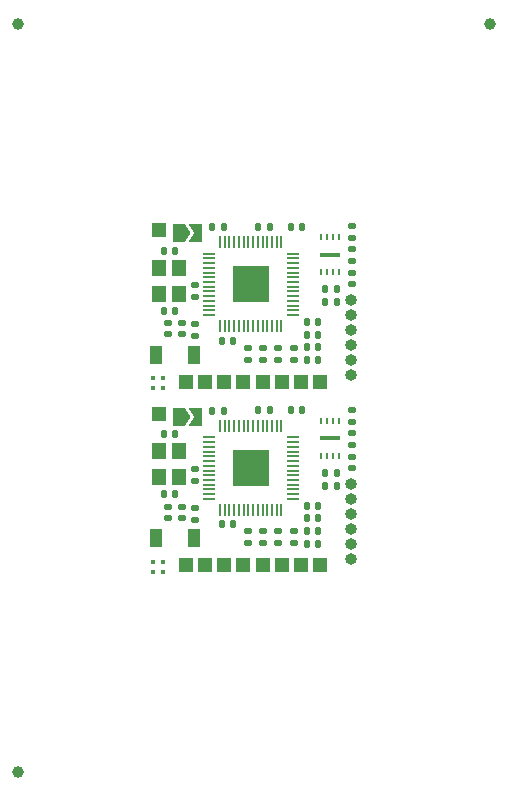
<source format=gts>
G04 #@! TF.GenerationSoftware,KiCad,Pcbnew,7.0.2-6a45011f42~172~ubuntu22.04.1*
G04 #@! TF.CreationDate,2023-05-25T04:58:00+08:00*
G04 #@! TF.ProjectId,panel_2_1,70616e65-6c5f-4325-9f31-2e6b69636164,rev?*
G04 #@! TF.SameCoordinates,Original*
G04 #@! TF.FileFunction,Soldermask,Top*
G04 #@! TF.FilePolarity,Negative*
%FSLAX46Y46*%
G04 Gerber Fmt 4.6, Leading zero omitted, Abs format (unit mm)*
G04 Created by KiCad (PCBNEW 7.0.2-6a45011f42~172~ubuntu22.04.1) date 2023-05-25 04:58:00*
%MOMM*%
%LPD*%
G01*
G04 APERTURE LIST*
G04 Aperture macros list*
%AMRoundRect*
0 Rectangle with rounded corners*
0 $1 Rounding radius*
0 $2 $3 $4 $5 $6 $7 $8 $9 X,Y pos of 4 corners*
0 Add a 4 corners polygon primitive as box body*
4,1,4,$2,$3,$4,$5,$6,$7,$8,$9,$2,$3,0*
0 Add four circle primitives for the rounded corners*
1,1,$1+$1,$2,$3*
1,1,$1+$1,$4,$5*
1,1,$1+$1,$6,$7*
1,1,$1+$1,$8,$9*
0 Add four rect primitives between the rounded corners*
20,1,$1+$1,$2,$3,$4,$5,0*
20,1,$1+$1,$4,$5,$6,$7,0*
20,1,$1+$1,$6,$7,$8,$9,0*
20,1,$1+$1,$8,$9,$2,$3,0*%
%AMFreePoly0*
4,1,6,1.000000,0.000000,0.500000,-0.750000,-0.500000,-0.750000,-0.500000,0.750000,0.500000,0.750000,1.000000,0.000000,1.000000,0.000000,$1*%
%AMFreePoly1*
4,1,6,0.500000,-0.750000,-0.650000,-0.750000,-0.150000,0.000000,-0.650000,0.750000,0.500000,0.750000,0.500000,-0.750000,0.500000,-0.750000,$1*%
G04 Aperture macros list end*
%ADD10RoundRect,0.135000X-0.185000X0.135000X-0.185000X-0.135000X0.185000X-0.135000X0.185000X0.135000X0*%
%ADD11R,1.200000X1.200000*%
%ADD12RoundRect,0.140000X-0.140000X-0.170000X0.140000X-0.170000X0.140000X0.170000X-0.140000X0.170000X0*%
%ADD13R,0.450000X0.450000*%
%ADD14R,0.200000X1.100000*%
%ADD15R,1.100000X0.200000*%
%ADD16R,3.100000X3.100000*%
%ADD17R,0.280000X0.600000*%
%ADD18R,1.700000X0.300000*%
%ADD19RoundRect,0.135000X0.185000X-0.135000X0.185000X0.135000X-0.185000X0.135000X-0.185000X-0.135000X0*%
%ADD20R,1.000000X1.524000*%
%ADD21RoundRect,0.140000X-0.170000X0.140000X-0.170000X-0.140000X0.170000X-0.140000X0.170000X0.140000X0*%
%ADD22FreePoly0,0.000000*%
%ADD23FreePoly1,0.000000*%
%ADD24C,1.000000*%
%ADD25O,1.000000X1.000000*%
%ADD26RoundRect,0.140000X0.140000X0.170000X-0.140000X0.170000X-0.140000X-0.170000X0.140000X-0.170000X0*%
%ADD27RoundRect,0.135000X-0.135000X-0.185000X0.135000X-0.185000X0.135000X0.185000X-0.135000X0.185000X0*%
%ADD28R,1.200000X1.400000*%
G04 APERTURE END LIST*
D10*
G04 #@! TO.C,R10*
X37045000Y-30710000D03*
X37045000Y-31730000D03*
G04 #@! TD*
D11*
G04 #@! TO.C,J1*
X26925000Y-36320000D03*
G04 #@! TD*
D12*
G04 #@! TO.C,C10*
X41015000Y-42400000D03*
X41975000Y-42400000D03*
G04 #@! TD*
D11*
G04 #@! TO.C,J1*
X26925000Y-20760000D03*
G04 #@! TD*
D13*
G04 #@! TO.C,U5*
X26432500Y-48855000D03*
X27282500Y-48855000D03*
X26432500Y-49705000D03*
X27282500Y-49705000D03*
G04 #@! TD*
D10*
G04 #@! TO.C,R5*
X43295000Y-20400000D03*
X43295000Y-21420000D03*
G04 #@! TD*
D12*
G04 #@! TO.C,C8*
X39445000Y-31760000D03*
X40405000Y-31760000D03*
G04 #@! TD*
D11*
G04 #@! TO.C,J10*
X40595000Y-49150000D03*
G04 #@! TD*
D14*
G04 #@! TO.C,U1*
X37300000Y-21805000D03*
X36900000Y-21805000D03*
X36500000Y-21805000D03*
X36100000Y-21805000D03*
X35700000Y-21805000D03*
X35300000Y-21805000D03*
X34900000Y-21805000D03*
X34500000Y-21805000D03*
X34100000Y-21805000D03*
X33700000Y-21805000D03*
X33300000Y-21805000D03*
X32900000Y-21805000D03*
X32500000Y-21805000D03*
X32100000Y-21805000D03*
D15*
X31150000Y-22755000D03*
X31150000Y-23155000D03*
X31150000Y-23555000D03*
X31150000Y-23955000D03*
X31150000Y-24355000D03*
X31150000Y-24755000D03*
X31150000Y-25155000D03*
X31150000Y-25555000D03*
X31150000Y-25955000D03*
X31150000Y-26355000D03*
X31150000Y-26755000D03*
X31150000Y-27155000D03*
X31150000Y-27555000D03*
X31150000Y-27955000D03*
D14*
X32100000Y-28905000D03*
X32500000Y-28905000D03*
X32900000Y-28905000D03*
X33300000Y-28905000D03*
X33700000Y-28905000D03*
X34100000Y-28905000D03*
X34500000Y-28905000D03*
X34900000Y-28905000D03*
X35300000Y-28905000D03*
X35700000Y-28905000D03*
X36100000Y-28905000D03*
X36500000Y-28905000D03*
X36900000Y-28905000D03*
X37300000Y-28905000D03*
D15*
X38250000Y-27955000D03*
X38250000Y-27555000D03*
X38250000Y-27155000D03*
X38250000Y-26755000D03*
X38250000Y-26355000D03*
X38250000Y-25955000D03*
X38250000Y-25555000D03*
X38250000Y-25155000D03*
X38250000Y-24755000D03*
X38250000Y-24355000D03*
X38250000Y-23955000D03*
X38250000Y-23555000D03*
X38250000Y-23155000D03*
X38250000Y-22755000D03*
D16*
X34700000Y-25355000D03*
G04 #@! TD*
D11*
G04 #@! TO.C,J2*
X34085000Y-33590000D03*
G04 #@! TD*
D17*
G04 #@! TO.C,U2*
X42170000Y-21335500D03*
X41670000Y-21335500D03*
X41170000Y-21335500D03*
X40670000Y-21335500D03*
X40670000Y-24349500D03*
X41170000Y-24349500D03*
X41670000Y-24349500D03*
X42170000Y-24349500D03*
D18*
X41420000Y-22842500D03*
G04 #@! TD*
D19*
G04 #@! TO.C,R1*
X29995000Y-26450000D03*
X29995000Y-25430000D03*
G04 #@! TD*
D12*
G04 #@! TO.C,C11*
X38115000Y-36020000D03*
X39075000Y-36020000D03*
G04 #@! TD*
D10*
G04 #@! TO.C,R11*
X38325000Y-30710000D03*
X38325000Y-31730000D03*
G04 #@! TD*
D14*
G04 #@! TO.C,U1*
X37300000Y-37365000D03*
X36900000Y-37365000D03*
X36500000Y-37365000D03*
X36100000Y-37365000D03*
X35700000Y-37365000D03*
X35300000Y-37365000D03*
X34900000Y-37365000D03*
X34500000Y-37365000D03*
X34100000Y-37365000D03*
X33700000Y-37365000D03*
X33300000Y-37365000D03*
X32900000Y-37365000D03*
X32500000Y-37365000D03*
X32100000Y-37365000D03*
D15*
X31150000Y-38315000D03*
X31150000Y-38715000D03*
X31150000Y-39115000D03*
X31150000Y-39515000D03*
X31150000Y-39915000D03*
X31150000Y-40315000D03*
X31150000Y-40715000D03*
X31150000Y-41115000D03*
X31150000Y-41515000D03*
X31150000Y-41915000D03*
X31150000Y-42315000D03*
X31150000Y-42715000D03*
X31150000Y-43115000D03*
X31150000Y-43515000D03*
D14*
X32100000Y-44465000D03*
X32500000Y-44465000D03*
X32900000Y-44465000D03*
X33300000Y-44465000D03*
X33700000Y-44465000D03*
X34100000Y-44465000D03*
X34500000Y-44465000D03*
X34900000Y-44465000D03*
X35300000Y-44465000D03*
X35700000Y-44465000D03*
X36100000Y-44465000D03*
X36500000Y-44465000D03*
X36900000Y-44465000D03*
X37300000Y-44465000D03*
D15*
X38250000Y-43515000D03*
X38250000Y-43115000D03*
X38250000Y-42715000D03*
X38250000Y-42315000D03*
X38250000Y-41915000D03*
X38250000Y-41515000D03*
X38250000Y-41115000D03*
X38250000Y-40715000D03*
X38250000Y-40315000D03*
X38250000Y-39915000D03*
X38250000Y-39515000D03*
X38250000Y-39115000D03*
X38250000Y-38715000D03*
X38250000Y-38315000D03*
D16*
X34700000Y-40915000D03*
G04 #@! TD*
D12*
G04 #@! TO.C,C1*
X27325000Y-27570000D03*
X28285000Y-27570000D03*
G04 #@! TD*
G04 #@! TO.C,C3*
X27345000Y-38060000D03*
X28305000Y-38060000D03*
G04 #@! TD*
D11*
G04 #@! TO.C,J3*
X35712500Y-49150000D03*
G04 #@! TD*
D12*
G04 #@! TO.C,C2*
X41015000Y-25780000D03*
X41975000Y-25780000D03*
G04 #@! TD*
D20*
G04 #@! TO.C,SW1*
X26705000Y-46860000D03*
X29905000Y-46860000D03*
G04 #@! TD*
D13*
G04 #@! TO.C,U5*
X26432500Y-33295000D03*
X27282500Y-33295000D03*
X26432500Y-34145000D03*
X27282500Y-34145000D03*
G04 #@! TD*
D10*
G04 #@! TO.C,R9*
X35765000Y-46270000D03*
X35765000Y-47290000D03*
G04 #@! TD*
D11*
G04 #@! TO.C,J6*
X30835000Y-33590000D03*
G04 #@! TD*
D21*
G04 #@! TO.C,C14*
X43295000Y-24380000D03*
X43295000Y-25340000D03*
G04 #@! TD*
D12*
G04 #@! TO.C,C12*
X35350000Y-20465000D03*
X36310000Y-20465000D03*
G04 #@! TD*
D21*
G04 #@! TO.C,C13*
X27735000Y-44185000D03*
X27735000Y-45145000D03*
G04 #@! TD*
G04 #@! TO.C,C4*
X28865000Y-44180000D03*
X28865000Y-45140000D03*
G04 #@! TD*
D17*
G04 #@! TO.C,U2*
X42170000Y-36895500D03*
X41670000Y-36895500D03*
X41170000Y-36895500D03*
X40670000Y-36895500D03*
X40670000Y-39909500D03*
X41170000Y-39909500D03*
X41670000Y-39909500D03*
X42170000Y-39909500D03*
D18*
X41420000Y-38402500D03*
G04 #@! TD*
D12*
G04 #@! TO.C,C10*
X41015000Y-26840000D03*
X41975000Y-26840000D03*
G04 #@! TD*
D10*
G04 #@! TO.C,R8*
X34485000Y-30710000D03*
X34485000Y-31730000D03*
G04 #@! TD*
D22*
G04 #@! TO.C,JP1*
X28650000Y-36570000D03*
D23*
X30100000Y-36570000D03*
G04 #@! TD*
D11*
G04 #@! TO.C,J4*
X37340000Y-33590000D03*
G04 #@! TD*
D19*
G04 #@! TO.C,R1*
X29995000Y-42010000D03*
X29995000Y-40990000D03*
G04 #@! TD*
D24*
G04 #@! TO.C,REF\u002A\u002A*
X15000000Y-66650000D03*
G04 #@! TD*
D10*
G04 #@! TO.C,R10*
X37045000Y-46270000D03*
X37045000Y-47290000D03*
G04 #@! TD*
D21*
G04 #@! TO.C,C13*
X27735000Y-28625000D03*
X27735000Y-29585000D03*
G04 #@! TD*
D19*
G04 #@! TO.C,R6*
X43295000Y-23405000D03*
X43295000Y-22385000D03*
G04 #@! TD*
D11*
G04 #@! TO.C,J5*
X38967500Y-49150000D03*
G04 #@! TD*
D12*
G04 #@! TO.C,C3*
X27345000Y-22500000D03*
X28305000Y-22500000D03*
G04 #@! TD*
D25*
G04 #@! TO.C,J8*
X43159248Y-42218121D03*
X43159248Y-43488121D03*
X43159248Y-44758121D03*
X43159248Y-46028121D03*
X43159248Y-47298121D03*
X43159248Y-48568121D03*
G04 #@! TD*
D12*
G04 #@! TO.C,C9*
X39440000Y-30675000D03*
X40400000Y-30675000D03*
G04 #@! TD*
D10*
G04 #@! TO.C,R8*
X34485000Y-46270000D03*
X34485000Y-47290000D03*
G04 #@! TD*
D12*
G04 #@! TO.C,C8*
X39445000Y-47320000D03*
X40405000Y-47320000D03*
G04 #@! TD*
D26*
G04 #@! TO.C,C6*
X40400000Y-29607500D03*
X39440000Y-29607500D03*
G04 #@! TD*
G04 #@! TO.C,C6*
X40400000Y-45167500D03*
X39440000Y-45167500D03*
G04 #@! TD*
D11*
G04 #@! TO.C,J3*
X35712500Y-33590000D03*
G04 #@! TD*
D12*
G04 #@! TO.C,C5*
X39440000Y-28540000D03*
X40400000Y-28540000D03*
G04 #@! TD*
D11*
G04 #@! TO.C,J5*
X38967500Y-33590000D03*
G04 #@! TD*
D27*
G04 #@! TO.C,R12*
X31435000Y-36040000D03*
X32455000Y-36040000D03*
G04 #@! TD*
D24*
G04 #@! TO.C,REF\u002A\u002A*
X15000000Y-3350000D03*
G04 #@! TD*
D28*
G04 #@! TO.C,X1*
X28667000Y-26133000D03*
X28667000Y-23933000D03*
X26917000Y-23933000D03*
X26917000Y-26133000D03*
G04 #@! TD*
D10*
G04 #@! TO.C,R9*
X35765000Y-30710000D03*
X35765000Y-31730000D03*
G04 #@! TD*
G04 #@! TO.C,R11*
X38325000Y-46270000D03*
X38325000Y-47290000D03*
G04 #@! TD*
D25*
G04 #@! TO.C,J8*
X43159248Y-26658121D03*
X43159248Y-27928121D03*
X43159248Y-29198121D03*
X43159248Y-30468121D03*
X43159248Y-31738121D03*
X43159248Y-33008121D03*
G04 #@! TD*
D21*
G04 #@! TO.C,C14*
X43295000Y-39940000D03*
X43295000Y-40900000D03*
G04 #@! TD*
D12*
G04 #@! TO.C,C1*
X27325000Y-43130000D03*
X28285000Y-43130000D03*
G04 #@! TD*
D11*
G04 #@! TO.C,J7*
X29202500Y-49150000D03*
G04 #@! TD*
G04 #@! TO.C,J9*
X32457500Y-33590000D03*
G04 #@! TD*
D28*
G04 #@! TO.C,X1*
X28667000Y-41693000D03*
X28667000Y-39493000D03*
X26917000Y-39493000D03*
X26917000Y-41693000D03*
G04 #@! TD*
D11*
G04 #@! TO.C,J9*
X32457500Y-49150000D03*
G04 #@! TD*
D12*
G04 #@! TO.C,C9*
X39440000Y-46235000D03*
X40400000Y-46235000D03*
G04 #@! TD*
D26*
G04 #@! TO.C,C7*
X33225000Y-30110000D03*
X32265000Y-30110000D03*
G04 #@! TD*
G04 #@! TO.C,C7*
X33225000Y-45670000D03*
X32265000Y-45670000D03*
G04 #@! TD*
D22*
G04 #@! TO.C,JP1*
X28650000Y-21010000D03*
D23*
X30100000Y-21010000D03*
G04 #@! TD*
D19*
G04 #@! TO.C,R2*
X30025000Y-45270000D03*
X30025000Y-44250000D03*
G04 #@! TD*
D11*
G04 #@! TO.C,J6*
X30835000Y-49150000D03*
G04 #@! TD*
D24*
G04 #@! TO.C,REF\u002A\u002A*
X55000000Y-3350000D03*
G04 #@! TD*
D12*
G04 #@! TO.C,C12*
X35350000Y-36025000D03*
X36310000Y-36025000D03*
G04 #@! TD*
G04 #@! TO.C,C11*
X38115000Y-20460000D03*
X39075000Y-20460000D03*
G04 #@! TD*
D11*
G04 #@! TO.C,J4*
X37340000Y-49150000D03*
G04 #@! TD*
D21*
G04 #@! TO.C,C4*
X28865000Y-28620000D03*
X28865000Y-29580000D03*
G04 #@! TD*
D12*
G04 #@! TO.C,C5*
X39440000Y-44100000D03*
X40400000Y-44100000D03*
G04 #@! TD*
D11*
G04 #@! TO.C,J7*
X29202500Y-33590000D03*
G04 #@! TD*
G04 #@! TO.C,J10*
X40595000Y-33590000D03*
G04 #@! TD*
D20*
G04 #@! TO.C,SW1*
X26705000Y-31300000D03*
X29905000Y-31300000D03*
G04 #@! TD*
D19*
G04 #@! TO.C,R2*
X30025000Y-29710000D03*
X30025000Y-28690000D03*
G04 #@! TD*
D10*
G04 #@! TO.C,R5*
X43295000Y-35960000D03*
X43295000Y-36980000D03*
G04 #@! TD*
D27*
G04 #@! TO.C,R12*
X31435000Y-20480000D03*
X32455000Y-20480000D03*
G04 #@! TD*
D19*
G04 #@! TO.C,R6*
X43295000Y-38965000D03*
X43295000Y-37945000D03*
G04 #@! TD*
D11*
G04 #@! TO.C,J2*
X34085000Y-49150000D03*
G04 #@! TD*
D12*
G04 #@! TO.C,C2*
X41015000Y-41340000D03*
X41975000Y-41340000D03*
G04 #@! TD*
M02*

</source>
